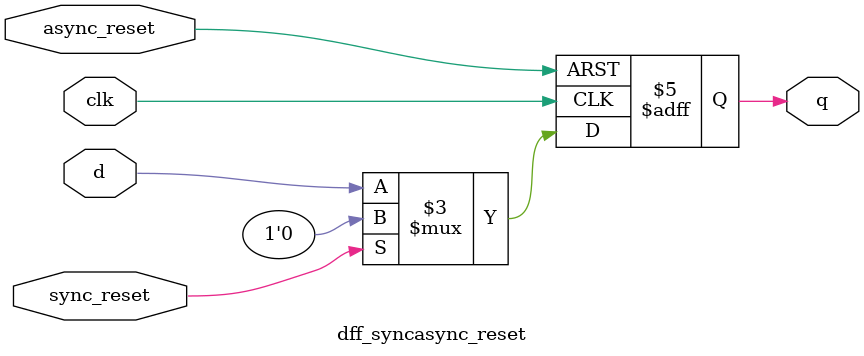
<source format=v>
module dff_syncasync_reset ( 
	input 		clk , 
	input 		async_reset , 
	input 		sync_reset , 
	input 		d , 
	output 	reg 	q 
);

always @ (posedge clk , posedge async_reset)
begin
	if(async_reset)
		q <= 1'b0;
	else if (sync_reset)
		q <= 1'b0;
	else	
		q <= d;
end

endmodule

</source>
